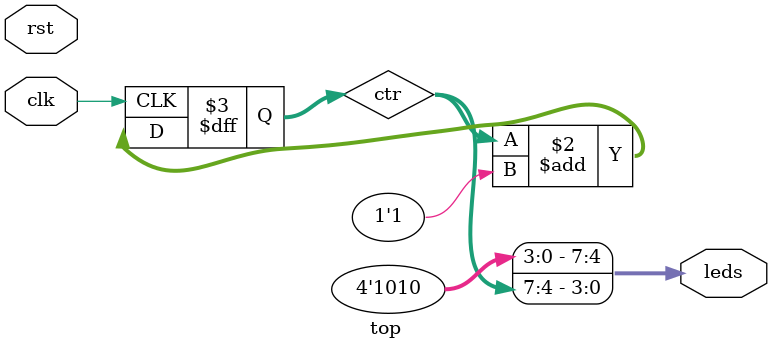
<source format=v>
module top(input rst, clk, output reg [7:0] leds);

// wire clk;

// (* BEL="X1Y0/IO0" *) INBUF ib_i (.O(clk));

reg [7:0] ctr;
always @(posedge clk)
		ctr <= ctr + 1'b1;

assign leds = {4'b1010, ctr[7:4]};

endmodule

</source>
